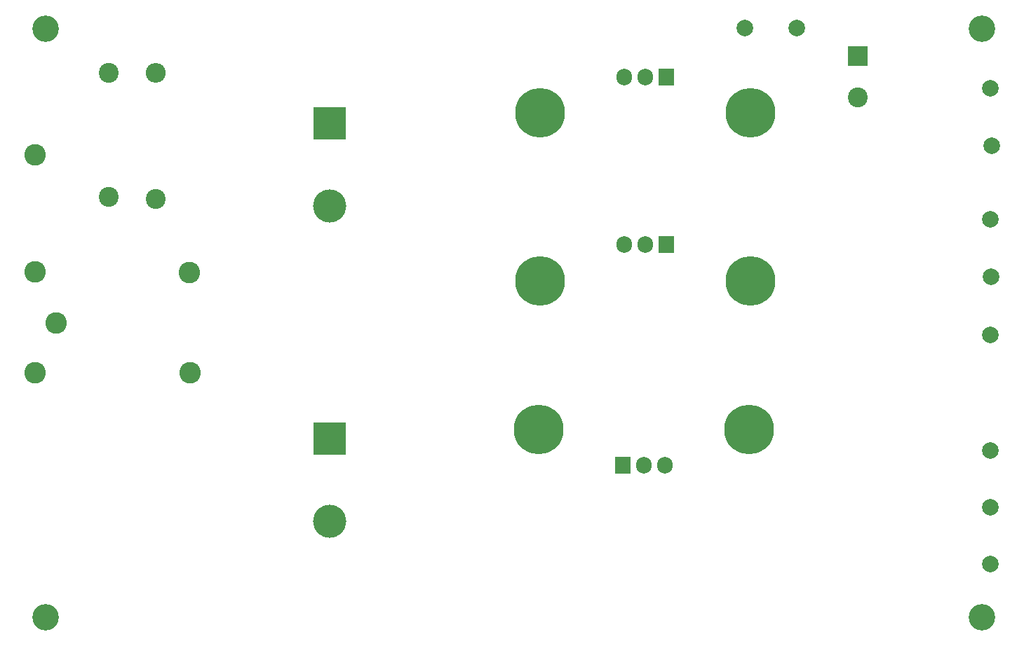
<source format=gbr>
G04 #@! TF.GenerationSoftware,KiCad,Pcbnew,(5.1.10-0-10_14)*
G04 #@! TF.CreationDate,2021-05-14T17:18:27+02:00*
G04 #@! TF.ProjectId,dac-psu,6461632d-7073-4752-9e6b-696361645f70,rev?*
G04 #@! TF.SameCoordinates,Original*
G04 #@! TF.FileFunction,Soldermask,Bot*
G04 #@! TF.FilePolarity,Negative*
%FSLAX46Y46*%
G04 Gerber Fmt 4.6, Leading zero omitted, Abs format (unit mm)*
G04 Created by KiCad (PCBNEW (5.1.10-0-10_14)) date 2021-05-14 17:18:27*
%MOMM*%
%LPD*%
G01*
G04 APERTURE LIST*
%ADD10C,2.000000*%
%ADD11C,2.600000*%
%ADD12O,2.400000X2.400000*%
%ADD13C,2.400000*%
%ADD14C,4.000000*%
%ADD15R,4.000000X4.000000*%
%ADD16O,1.905000X2.000000*%
%ADD17R,1.905000X2.000000*%
%ADD18C,6.000000*%
%ADD19C,3.200000*%
%ADD20R,2.400000X2.400000*%
G04 APERTURE END LIST*
D10*
X213233000Y-68770500D03*
X213106000Y-61785500D03*
X183451500Y-54483000D03*
X189738000Y-54483000D03*
X213106000Y-91630500D03*
X213169500Y-84582000D03*
X213106000Y-77660500D03*
X213106000Y-119316500D03*
X213106000Y-112395000D03*
X213106000Y-105600500D03*
D11*
X116459000Y-96139000D03*
X116395500Y-84074000D03*
D12*
X112331500Y-59944000D03*
D13*
X112331500Y-75184000D03*
D11*
X97790000Y-69850000D03*
D13*
X106680000Y-59930000D03*
X106680000Y-74930000D03*
D14*
X133350000Y-114140000D03*
D15*
X133350000Y-104140000D03*
D14*
X133350000Y-76040000D03*
D15*
X133350000Y-66040000D03*
D16*
X173799500Y-107378500D03*
X171259500Y-107378500D03*
D17*
X168719500Y-107378500D03*
D16*
X168910000Y-80708500D03*
X171450000Y-80708500D03*
D17*
X173990000Y-80708500D03*
D16*
X168910000Y-60452000D03*
X171450000Y-60452000D03*
D17*
X173990000Y-60452000D03*
D11*
X97790000Y-96139000D03*
X100330000Y-90170000D03*
X97790000Y-84010500D03*
D18*
X158559500Y-102997000D03*
X183959500Y-102997000D03*
X158750000Y-85090000D03*
X184150000Y-85090000D03*
X184150000Y-64770000D03*
X158750000Y-64770000D03*
D19*
X99060000Y-125730000D03*
X212090000Y-125730000D03*
X212090000Y-54610000D03*
X99060000Y-54610000D03*
D13*
X197104000Y-62912000D03*
D20*
X197104000Y-57912000D03*
M02*

</source>
